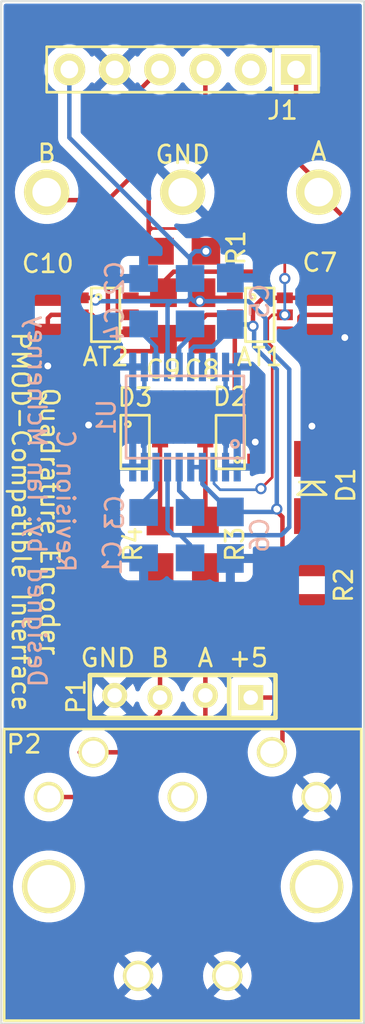
<source format=kicad_pcb>
(kicad_pcb (version 20221018) (generator pcbnew)
  (layers (0 "F.Cu" signal) (31 "B.Cu" signal) (34 "B.Paste" user) (35 "F.Paste" user) (36 "B.SilkS" user "B.Silkscreen") (37 "F.SilkS" user "F.Silkscreen") (38 "B.Mask" user) (39 "F.Mask" user) (44 "Edge.Cuts" user))
  (net 0 "")
  (net 1 "VCC")
  (net 2 "GND")
  (net 3 "Net-(C3-Pad1)")
  (net 4 "Net-(C3-Pad2)")
  (net 5 "+5V")
  (net 6 "Net-(D1-PadA)")
  (net 7 "/LOGIC_A")
  (net 8 "/LOGIC_B")
  (net 9 "Net-(P1-Pad2)")
  (net 10 "/ENC_A")
  (net 11 "/ENC_B")
  (net 12 "Net-(U1-Pad17)")
  (net 13 "Net-(U1-Pad18)")
  (net 14 "Net-(C4-Pad1)")
  (net 15 "Net-(C4-Pad2)")
  (net 16 "/EN")
  (net 17 "Net-(J1-Pad2)")
  (net 18 "Net-(AT1-Pad3)")
  (net 19 "Net-(AT2-Pad3)")
  (footprint "LEDs:LED_1206" (layer "F.Cu") (at 133.477 95.885 180)
    (fp_text reference "D1" (at -1.905 0.127 90) (layer "F.SilkS"))
    (fp_text value "RED" hide)
    (fp_line (start -0.8 -0.4) (end 0 0.3) (stroke (width 0.15)) (layer "F.SilkS"))
    (fp_line (start -0.8 -0.4) (end 0.8 -0.4) (stroke (width 0.15)) (layer "F.SilkS"))
    (fp_line (start -0.6 0.3) (end -0.7 0.3) (stroke (width 0.15)) (layer "F.SilkS"))
    (fp_line (start 0 0.3) (end 0.8 -0.4) (stroke (width 0.15)) (layer "F.SilkS"))
    (fp_line (start 0.7 0.3) (end -0.6 0.3) (stroke (width 0.15)) (layer "F.SilkS"))
    (pad "A" smd rect (at 0 -1.6 180) (size 2 2) (layers "F.Cu" "F.Paste" "F.Mask") (net 6 "Net-(D1-PadA)"))
    (pad "C" smd rect (at 0 1.6 180) (size 2 2) (layers "F.Cu" "F.Paste" "F.Mask") (net 2 "GND"))
  )
  (footprint "Digilent:PMOD_SINGLE_MALE" (layer "F.Cu") (at 126.238 70.485)
    (fp_text reference "J1" (at 5.588 4.318) (layer "F.SilkS"))
    (fp_text value "PMOD_SINGLE" hide)
    (fp_line (start -7.62 0.762) (end 7.62 0.762) (stroke (width 0.15)) (layer "F.SilkS"))
    (fp_line (start -7.62 3.302) (end -7.62 0.762) (stroke (width 0.15)) (layer "F.SilkS"))
    (fp_line (start 5.08 0.762) (end 5.08 3.302) (stroke (width 0.15)) (layer "F.SilkS"))
    (fp_line (start 7.62 0.762) (end 7.62 3.302) (stroke (width 0.15)) (layer "F.SilkS"))
    (fp_line (start 7.62 3.302) (end -7.62 3.302) (stroke (width 0.15)) (layer "F.SilkS"))
    (pad "1" thru_hole rect locked (at 6.35 2.032 180) (size 1.7018 1.7018) (drill 0.9906) (layers "*.Cu" "*.Mask" "F.SilkS") (net 7 "/LOGIC_A"))
    (pad "2" thru_hole circle locked (at 3.81 2.032 180) (size 1.778 1.778) (drill 0.9906) (layers "*.Cu" "*.Mask" "F.SilkS") (net 17 "Net-(J1-Pad2)"))
    (pad "3" thru_hole circle locked (at 1.27 2.032 180) (size 1.778 1.778) (drill 0.9906) (layers "*.Cu" "*.Mask" "F.SilkS") (net 16 "/EN"))
    (pad "4" thru_hole circle locked (at -1.27 2.032 180) (size 1.778 1.778) (drill 0.9906) (layers "*.Cu" "*.Mask" "F.SilkS") (net 8 "/LOGIC_B"))
    (pad "5" thru_hole circle locked (at -3.81 2.032 180) (size 1.778 1.778) (drill 0.9906) (layers "*.Cu" "*.Mask" "F.SilkS") (net 2 "GND"))
    (pad "6" thru_hole circle locked (at -6.35 2.032 180) (size 1.778 1.778) (drill 0.9906) (layers "*.Cu" "*.Mask" "F.SilkS") (net 1 "VCC"))
  )
  (footprint "Connectors:DIN_CUI_SDS-50J" (layer "F.Cu") (at 126.238 123.19)
    (fp_text reference "P1" (at -5.969 -15.621 90) (layer "F.SilkS"))
    (fp_text value "CONN_01X06" hide)
    (fp_line (start -10 -13.8) (end 10 -13.8) (stroke (width 0.15)) (layer "F.SilkS"))
    (fp_line (start -10 -13.3) (end -10 -13.8) (stroke (width 0.15)) (layer "F.SilkS"))
    (fp_line (start -10 -13.3) (end -10 2.5) (stroke (width 0.15)) (layer "F.SilkS"))
    (fp_line (start -9.1 2.5) (end -10 2.5) (stroke (width 0.15)) (layer "F.SilkS"))
    (fp_line (start -9.1 2.5) (end 9.1 2.5) (stroke (width 0.15)) (layer "F.SilkS"))
    (fp_line (start 9.1 2.5) (end 10 2.5) (stroke (width 0.15)) (layer "F.SilkS"))
    (fp_line (start 10 -13.8) (end 10 -13.3) (stroke (width 0.15)) (layer "F.SilkS"))
    (fp_line (start 10 2.5) (end 10 -13.3) (stroke (width 0.15)) (layer "F.SilkS"))
    (pad "" thru_hole circle (at -7.5 -5) (size 3 3) (drill 2.4) (layers "*.Cu" "*.Mask" "F.SilkS"))
    (pad "" thru_hole circle (at 7.5 -5) (size 3 3) (drill 2.4) (layers "*.Cu" "*.Mask" "F.SilkS"))
    (pad "1" thru_hole circle (at 7.5 -10) (size 1.7 1.7) (drill 1.3) (layers "*.Cu" "*.Mask" "F.SilkS") (net 2 "GND"))
    (pad "2" thru_hole circle (at 0 -10) (size 1.7 1.7) (drill 1.3) (layers "*.Cu" "*.Mask" "F.SilkS") (net 9 "Net-(P1-Pad2)"))
    (pad "3" thru_hole circle (at -7.5 -10) (size 1.7 1.7) (drill 1.3) (layers "*.Cu" "*.Mask" "F.SilkS") (net 10 "/ENC_A"))
    (pad "4" thru_hole circle (at 5 -12.5) (size 1.7 1.7) (drill 1.3) (layers "*.Cu" "*.Mask" "F.SilkS") (net 5 "+5V"))
    (pad "5" thru_hole circle (at -5 -12.5) (size 1.7 1.7) (drill 1.3) (layers "*.Cu" "*.Mask" "F.SilkS") (net 11 "/ENC_B"))
    (pad "6" thru_hole circle (at -2.5 0) (size 1.7 1.7) (drill 1.3) (layers "*.Cu" "*.Mask" "F.SilkS") (net 2 "GND"))
    (pad "6" thru_hole circle (at 2.5 0) (size 1.7 1.7) (drill 1.3) (layers "*.Cu" "*.Mask" "F.SilkS") (net 2 "GND"))
  )
  (footprint "SMD:SMD_0805" (layer "F.Cu") (at 126.238 82.677 -90)
    (fp_text reference "R1" (at -0.1905 -2.9845 270) (layer "F.SilkS"))
    (fp_text value "10k" hide)
    (pad "1" smd rect (at 0 -1.3 270) (size 1.5 1.6) (layers "F.Cu" "F.Paste" "F.Mask") (net 1 "VCC"))
    (pad "2" smd rect (at 0 1.3 270) (size 1.5 1.6) (layers "F.Cu" "F.Paste" "F.Mask") (net 16 "/EN"))
  )
  (footprint "SMD:SMD_0805" (layer "F.Cu") (at 133.477 101.346 180)
    (fp_text reference "R2" (at -1.778 0 90) (layer "F.SilkS"))
    (fp_text value "330" hide)
    (pad "1" smd rect (at 0 -1.3 180) (size 1.5 1.6) (layers "F.Cu" "F.Paste" "F.Mask") (net 5 "+5V"))
    (pad "2" smd rect (at 0 1.3 180) (size 1.5 1.6) (layers "F.Cu" "F.Paste" "F.Mask") (net 6 "Net-(D1-PadA)"))
  )
  (footprint "SMD:SMD_0805" (layer "F.Cu") (at 127.508 99.06)
    (fp_text reference "R3" (at 1.651 0 90) (layer "F.SilkS"))
    (fp_text value "220" hide)
    (pad "1" smd rect (at 0 -1.3) (size 1.5 1.6) (layers "F.Cu" "F.Paste" "F.Mask") (net 18 "Net-(AT1-Pad3)"))
    (pad "2" smd rect (at 0 1.3) (size 1.5 1.6) (layers "F.Cu" "F.Paste" "F.Mask") (net 10 "/ENC_A"))
  )
  (footprint "SMD:SMD_0805" (layer "F.Cu") (at 124.968 99.06)
    (fp_text reference "R4" (at -1.524 0 90) (layer "F.SilkS"))
    (fp_text value "220" hide)
    (pad "1" smd rect (at 0 -1.3) (size 1.5 1.6) (layers "F.Cu" "F.Paste" "F.Mask") (net 19 "Net-(AT2-Pad3)"))
    (pad "2" smd rect (at 0 1.3) (size 1.5 1.6) (layers "F.Cu" "F.Paste" "F.Mask") (net 11 "/ENC_B"))
  )
  (footprint "Connectors:TESTPOINT_063" (layer "F.Cu") (at 133.858 79.375)
    (fp_text reference "TP1" hide)
    (fp_text value "TEST_POINT" hide)
    (pad "1" thru_hole circle (at 0 0) (size 2.54 2.54) (drill 1.6002) (layers "*.Cu" "*.Mask" "F.SilkS") (net 7 "/LOGIC_A"))
  )
  (footprint "Connectors:TESTPOINT_063" (layer "F.Cu") (at 118.618 79.375)
    (fp_text reference "TP2" hide)
    (fp_text value "TEST_POINT" hide)
    (pad "1" thru_hole circle (at 0 0) (size 2.54 2.54) (drill 1.6002) (layers "*.Cu" "*.Mask" "F.SilkS") (net 8 "/LOGIC_B"))
  )
  (footprint "Connectors:TESTPOINT_063" (layer "F.Cu") (at 126.238 79.375)
    (fp_text reference "TP3" hide)
    (fp_text value "TEST_POINT" hide)
    (pad "1" thru_hole circle (at 0 0) (size 2.54 2.54) (drill 1.6002) (layers "*.Cu" "*.Mask" "F.SilkS") (net 2 "GND"))
  )
  (footprint "SMD:SMD_0805" (layer "F.Cu") (at 133.9215 86.233)
    (fp_text reference "C7" (at 0 -2.921) (layer "F.SilkS"))
    (fp_text value "0.1uF" hide)
    (pad "1" smd rect (at 0 -1.3) (size 1.5 1.6) (layers "F.Cu" "F.Paste" "F.Mask") (net 5 "+5V"))
    (pad "2" smd rect (at 0 1.3) (size 1.5 1.6) (layers "F.Cu" "F.Paste" "F.Mask") (net 2 "GND"))
  )
  (footprint "Connectors:CONN_2.54mm_1x4" (layer "F.Cu") (at 126.238 107.569)
    (fp_text reference "P2" (at -8.89 2.667) (layer "F.SilkS"))
    (fp_text value "CONN_01X04" hide)
    (fp_line (start -5.2 1.2) (end -5.2 -1.2) (stroke (width 0.254)) (layer "F.SilkS"))
    (fp_line (start -5.2 1.2) (end 5.2 1.2) (stroke (width 0.254)) (layer "F.SilkS"))
    (fp_line (start 2.6 -1.2) (end 2.6 1.2) (stroke (width 0.254)) (layer "F.SilkS"))
    (fp_line (start 5.2 -1.2) (end -5.2 -1.2) (stroke (width 0.254)) (layer "F.SilkS"))
    (fp_line (start 5.2 1.2) (end 5.2 -1.2) (stroke (width 0.254)) (layer "F.SilkS"))
    (pad "1" thru_hole rect (at 3.81 0.06096) (size 1.397 1.397) (drill 0.8128) (layers "*.Cu" "*.Mask" "F.SilkS") (net 5 "+5V"))
    (pad "2" thru_hole circle (at 1.27 -0.06096) (size 1.397 1.397) (drill 0.8128) (layers "*.Cu" "*.Mask" "F.SilkS") (net 10 "/ENC_A"))
    (pad "3" thru_hole circle (at -1.27 0.06096) (size 1.397 1.397) (drill 0.8128) (layers "*.Cu" "*.Mask" "F.SilkS") (net 11 "/ENC_B"))
    (pad "4" thru_hole circle (at -3.81 -0.06096) (size 1.397 1.397) (drill 0.8128) (layers "*.Cu" "*.Mask" "F.SilkS") (net 2 "GND"))
  )
  (footprint "SMD:SMD_0805" (layer "F.Cu") (at 127.3175 86.2965)
    (fp_text reference "C8" (at 0 2.9845) (layer "F.SilkS"))
    (fp_text value "0.1uF" hide)
    (pad "1" smd rect (at 0 -1.3) (size 1.5 1.6) (layers "F.Cu" "F.Paste" "F.Mask") (net 1 "VCC"))
    (pad "2" smd rect (at 0 1.3) (size 1.5 1.6) (layers "F.Cu" "F.Paste" "F.Mask") (net 2 "GND"))
  )
  (footprint "Diodes:DIODE_SOT-23-3" (layer "F.Cu") (at 128.905 93.345 -90)
    (fp_text reference "D2" (at -2.54 0) (layer "F.SilkS"))
    (fp_text value "PLVA653A" hide)
    (fp_line (start -1.5 -0.8) (end -1.5 0.8) (stroke (width 0.15)) (layer "F.SilkS"))
    (fp_line (start -1.5 0.8) (end 1.5 0.8) (stroke (width 0.15)) (layer "F.SilkS"))
    (fp_line (start 1.5 -0.8) (end -1.5 -0.8) (stroke (width 0.15)) (layer "F.SilkS"))
    (fp_line (start 1.5 0.8) (end 1.5 -0.8) (stroke (width 0.15)) (layer "F.SilkS"))
    (fp_circle (center 1 -0.4) (end 1.1 -0.5) (stroke (width 0.15)) (fill none) (layer "F.SilkS"))
    (pad "" smd rect (at -0.95 -1.4 270) (size 0.6 0.9) (layers "F.Cu" "F.Paste" "F.Mask"))
    (pad "A" smd rect (at 0.95 -1.4 270) (size 0.6 0.9) (layers "F.Cu" "F.Paste" "F.Mask") (net 2 "GND"))
    (pad "C" smd rect (at 0 1.4 270) (size 0.6 0.9) (layers "F.Cu" "F.Paste" "F.Mask") (net 18 "Net-(AT1-Pad3)"))
  )
  (footprint "Diodes:DIODE_SOT-23-3" (layer "F.Cu") (at 123.571 93.345 90)
    (fp_text reference "D3" (at 2.5 0 180) (layer "F.SilkS"))
    (fp_text value "PLVA653A" hide)
    (fp_line (start -1.5 -0.8) (end -1.5 0.8) (stroke (width 0.15)) (layer "F.SilkS"))
    (fp_line (start -1.5 0.8) (end 1.5 0.8) (stroke (width 0.15)) (layer "F.SilkS"))
    (fp_line (start 1.5 -0.8) (end -1.5 -0.8) (stroke (width 0.15)) (layer "F.SilkS"))
    (fp_line (start 1.5 0.8) (end 1.5 -0.8) (stroke (width 0.15)) (layer "F.SilkS"))
    (fp_circle (center 1 -0.4) (end 1.1 -0.5) (stroke (width 0.15)) (fill none) (layer "F.SilkS"))
    (pad "" smd rect (at -0.95 -1.4 90) (size 0.6 0.9) (layers "F.Cu" "F.Paste" "F.Mask"))
    (pad "A" smd rect (at 0.95 -1.4 90) (size 0.6 0.9) (layers "F.Cu" "F.Paste" "F.Mask") (net 2 "GND"))
    (pad "C" smd rect (at 0 1.4 90) (size 0.6 0.9) (layers "F.Cu" "F.Paste" "F.Mask") (net 19 "Net-(AT2-Pad3)"))
  )
  (footprint "SMD:SOT-23-6" (layer "F.Cu") (at 130.556 86.233 90)
    (fp_text reference "AT1" (at -2.3495 0 180) (layer "F.SilkS"))
    (fp_text value "TXB0101" hide)
    (fp_line (start -1.5 -0.8) (end -1.5 0.8) (stroke (width 0.15)) (layer "F.SilkS"))
    (fp_line (start -1.5 0.8) (end 1.5 0.8) (stroke (width 0.15)) (layer "F.SilkS"))
    (fp_line (start 1.5 -0.8) (end -1.5 -0.8) (stroke (width 0.15)) (layer "F.SilkS"))
    (fp_line (start 1.5 0.8) (end 1.5 -0.8) (stroke (width 0.15)) (layer "F.SilkS"))
    (fp_circle (center 1 -0.4) (end 1.1 -0.5) (stroke (width 0.15)) (fill none) (layer "F.SilkS"))
    (pad "1" smd rect (at 0.95 -1.4 90) (size 0.6 0.9) (layers "F.Cu" "F.Paste" "F.Mask") (net 1 "VCC"))
    (pad "2" smd rect (at 0 -1.4 90) (size 0.6 0.9) (layers "F.Cu" "F.Paste" "F.Mask") (net 2 "GND"))
    (pad "3" smd rect (at -0.95 -1.4 90) (size 0.6 0.9) (layers "F.Cu" "F.Paste" "F.Mask") (net 18 "Net-(AT1-Pad3)"))
    (pad "4" smd rect (at -0.95 1.4 90) (size 0.6 0.9) (layers "F.Cu" "F.Paste" "F.Mask") (net 7 "/LOGIC_A"))
    (pad "5" smd rect (at 0 1.4 90) (size 0.6 0.9) (layers "F.Cu" "F.Paste" "F.Mask") (net 16 "/EN"))
    (pad "6" smd rect (at 0.95 1.4 90) (size 0.6 0.9) (layers "F.Cu" "F.Paste" "F.Mask") (net 5 "+5V"))
  )
  (footprint "SMD:SOT-23-6" (layer "F.Cu") (at 121.92 86.233 90)
    (fp_text reference "AT2" (at -2.3495 0 180) (layer "F.SilkS"))
    (fp_text value "TXB0101" hide)
    (fp_line (start -1.5 -0.8) (end -1.5 0.8) (stroke (width 0.15)) (layer "F.SilkS"))
    (fp_line (start -1.5 0.8) (end 1.5 0.8) (stroke (width 0.15)) (layer "F.SilkS"))
    (fp_line (start 1.5 -0.8) (end -1.5 -0.8) (stroke (width 0.15)) (layer "F.SilkS"))
    (fp_line (start 1.5 0.8) (end 1.5 -0.8) (stroke (width 0.15)) (layer "F.SilkS"))
    (fp_circle (center 1 -0.4) (end 1.1 -0.5) (stroke (width 0.15)) (fill none) (layer "F.SilkS"))
    (pad "1" smd rect (at 0.95 -1.4 90) (size 0.6 0.9) (layers "F.Cu" "F.Paste" "F.Mask") (net 1 "VCC"))
    (pad "2" smd rect (at 0 -1.4 90) (size 0.6 0.9) (layers "F.Cu" "F.Paste" "F.Mask") (net 2 "GND"))
    (pad "3" smd rect (at -0.95 -1.4 90) (size 0.6 0.9) (layers "F.Cu" "F.Paste" "F.Mask") (net 19 "Net-(AT2-Pad3)"))
    (pad "4" smd rect (at -0.95 1.4 90) (size 0.6 0.9) (layers "F.Cu" "F.Paste" "F.Mask") (net 8 "/LOGIC_B"))
    (pad "5" smd rect (at 0 1.4 90) (size 0.6 0.9) (layers "F.Cu" "F.Paste" "F.Mask") (net 16 "/EN"))
    (pad "6" smd rect (at 0.95 1.4 90) (size 0.6 0.9) (layers "F.Cu" "F.Paste" "F.Mask") (net 5 "+5V"))
  )
  (footprint "SMD:SMD_0805" (layer "F.Cu") (at 125.1585 86.2965)
    (fp_text reference "C9" (at 0 2.9845 180) (layer "F.SilkS"))
    (fp_text value "0.1uF" hide)
    (pad "1" smd rect (at 0 -1.3) (size 1.5 1.6) (layers "F.Cu" "F.Paste" "F.Mask") (net 5 "+5V"))
    (pad "2" smd rect (at 0 1.3) (size 1.5 1.6) (layers "F.Cu" "F.Paste" "F.Mask") (net 2 "GND"))
  )
  (footprint "SMD:SMD_0805" (layer "F.Cu") (at 118.6815 86.233)
    (fp_text reference "C10" (at 0 -2.8575 180) (layer "F.SilkS"))
    (fp_text value "0.1uF" hide)
    (pad "1" smd rect (at 0 -1.3) (size 1.5 1.6) (layers "F.Cu" "F.Paste" "F.Mask") (net 1 "VCC"))
    (pad "2" smd rect (at 0 1.3) (size 1.5 1.6) (layers "F.Cu" "F.Paste" "F.Mask") (net 2 "GND"))
  )
  (footprint "SMD:SMD_0805" (layer "B.Cu") (at 125.349 99.822 90)
    (fp_text reference "C1" (at 0 -3.048 90) (layer "B.SilkS") (effects (justify mirror)))
    (fp_text value "15uF" hide)
    (pad "1" smd rect (at 0 1.3 90) (size 1.5 1.6) (layers "B.Cu" "B.Paste" "B.Mask") (net 1 "VCC"))
    (pad "2" smd rect (at 0 -1.3 90) (size 1.5 1.6) (layers "B.Cu" "B.Paste" "B.Mask") (net 2 "GND"))
  )
  (footprint "SMD:SMD_0805" (layer "B.Cu") (at 125.349 84.201 90)
    (fp_text reference "C2" (at 0 -2.921 90) (layer "B.SilkS") (effects (justify mirror)))
    (fp_text value "15uF" hide)
    (pad "1" smd rect (at 0 1.3 90) (size 1.5 1.6) (layers "B.Cu" "B.Paste" "B.Mask") (net 1 "VCC"))
    (pad "2" smd rect (at 0 -1.3 90) (size 1.5 1.6) (layers "B.Cu" "B.Paste" "B.Mask") (net 2 "GND"))
  )
  (footprint "SMD:SMD_0805" (layer "B.Cu") (at 125.349 97.282 90)
    (fp_text reference "C3" (at 0 -2.921 90) (layer "B.SilkS") (effects (justify mirror)))
    (fp_text value "2.2uF" hide)
    (pad "1" smd rect (at 0 1.3 90) (size 1.5 1.6) (layers "B.Cu" "B.Paste" "B.Mask") (net 3 "Net-(C3-Pad1)"))
    (pad "2" smd rect (at 0 -1.3 90) (size 1.5 1.6) (layers "B.Cu" "B.Paste" "B.Mask") (net 4 "Net-(C3-Pad2)"))
  )
  (footprint "SMD:SMD_0805" (layer "B.Cu") (at 125.349 86.741 90)
    (fp_text reference "C4" (at 0 -2.921 90) (layer "B.SilkS") (effects (justify mirror)))
    (fp_text value "2.2uF" hide)
    (pad "1" smd rect (at 0 1.3 90) (size 1.5 1.6) (layers "B.Cu" "B.Paste" "B.Mask") (net 14 "Net-(C4-Pad1)"))
    (pad "2" smd rect (at 0 -1.3 90) (size 1.5 1.6) (layers "B.Cu" "B.Paste" "B.Mask") (net 15 "Net-(C4-Pad2)"))
  )
  (footprint "SMD:SMD_0805" (layer "B.Cu") (at 128.905 85.471)
    (fp_text reference "C5" (at 1.651 0 270) (layer "B.SilkS") (effects (justify mirror)))
    (fp_text value "33uF" hide)
    (pad "1" smd rect (at 0 1.3) (size 1.5 1.6) (layers "B.Cu" "B.Paste" "B.Mask") (net 5 "+5V"))
    (pad "2" smd rect (at 0 -1.3) (size 1.5 1.6) (layers "B.Cu" "B.Paste" "B.Mask") (net 2 "GND"))
  )
  (footprint "SMD:SSOP_20_4.5mm_6.6mm_0.65mm_PWP" (layer "B.Cu") (at 126.365 91.948 180)
    (fp_text reference "U1" (at 4.4 0 90) (layer "B.SilkS") (effects (justify mirror)))
    (fp_text value "TPS60131" hide)
    (fp_line (start -3.3 -2.3) (end -3.3 2.3) (stroke (width 0.15)) (layer "B.SilkS"))
    (fp_line (start -3.3 2.3) (end 3.3 2.3) (stroke (width 0.15)) (layer "B.SilkS"))
    (fp_line (start 3.3 -2.3) (end -3.3 -2.3) (stroke (width 0.15)) (layer "B.SilkS"))
    (fp_line (start 3.3 2.3) (end 3.3 -2.3) (stroke (width 0.15)) (layer "B.SilkS"))
    (fp_circle (center -2.8 -1.5) (end -2.8 -1.3) (stroke (width 0.15)) (fill none) (layer "B.SilkS"))
    (pad "" smd rect (at 0 0 180) (size 3.38 2.4) (layers "B.Cu" "B.Paste" "B.Mask") (net 2 "GND"))
    (pad "1" smd rect (at -2.925 -2.8 180) (size 0.4 1.6) (layers "B.Cu" "B.Paste" "B.Mask") (net 2 "GND"))
    (pad "2" smd rect (at -2.275 -2.8 180) (size 0.4 1.6) (layers "B.Cu" "B.Paste" "B.Mask") (net 2 "GND"))
    (pad "3" smd rect (at -1.625 -2.8 180) (size 0.4 1.6) (layers "B.Cu" "B.Paste" "B.Mask") (net 16 "/EN"))
    (pad "4" smd rect (at -0.975 -2.8 180) (size 0.4 1.6) (layers "B.Cu" "B.Paste" "B.Mask") (net 5 "+5V"))
    (pad "5" smd rect (at -0.325 -2.8 180) (size 0.4 1.6) (layers "B.Cu" "B.Paste" "B.Mask") (net 5 "+5V"))
    (pad "6" smd rect (at 0.325 -2.8 180) (size 0.4 1.6) (layers "B.Cu" "B.Paste" "B.Mask") (net 3 "Net-(C3-Pad1)"))
    (pad "7" smd rect (at 0.975 -2.8 180) (size 0.4 1.6) (layers "B.Cu" "B.Paste" "B.Mask") (net 1 "VCC"))
    (pad "8" smd rect (at 1.625 -2.8 180) (size 0.4 1.6) (layers "B.Cu" "B.Paste" "B.Mask") (net 4 "Net-(C3-Pad2)"))
    (pad "9" smd rect (at 2.275 -2.8 180) (size 0.4 1.6) (layers "B.Cu" "B.Paste" "B.Mask") (net 2 "GND"))
    (pad "10" smd rect (at 2.925 -2.8 180) (size 0.4 1.6) (layers "B.Cu" "B.Paste" "B.Mask") (net 2 "GND"))
    (pad "11" smd rect (at 2.925 2.8 180) (size 0.4 1.6) (layers "B.Cu" "B.Paste" "B.Mask") (net 2 "GND"))
    (pad "12" smd rect (at 2.275 2.8 180) (size 0.4 1.6) (layers "B.Cu" "B.Paste" "B.Mask") (net 2 "GND"))
    (pad "13" smd rect (at 1.625 2.8 180) (size 0.4 1.6) (layers "B.Cu" "B.Paste" "B.Mask") (net 15 "Net-(C4-Pad2)"))
    (pad "14" smd rect (at 0.975 2.8 180) (size 0.4 1.6) (layers "B.Cu" "B.Paste" "B.Mask") (net 1 "VCC"))
    (pad "15" smd rect (at 0.325 2.8 180) (size 0.4 1.6) (layers "B.Cu" "B.Paste" "B.Mask") (net 14 "Net-(C4-Pad1)"))
    (pad "16" smd rect (at -0.325 2.8 180) (size 0.4 1.6) (layers "B.Cu" "B.Paste" "B.Mask") (net 5 "+5V"))
    (pad "17" smd rect (at -0.975 2.8 180) (size 0.4 1.6) (layers "B.Cu" "B.Paste" "B.Mask") (net 12 "Net-(U1-Pad17)"))
    (pad "18" smd rect (at -1.625 2.8 180) (size 0.4 1.6) (layers "B.Cu" "B.Paste" "B.Mask") (net 13 "Net-(U1-Pad18)"))
    (pad "19" smd rect (at -2.275 2.8 180) (size 0.4 1.6) (layers "B.Cu" "B.Paste" "B.Mask") (net 2 "GND"))
    (pad "20" smd rect (at -2.925 2.8 180) (size 0.4 1.6) (layers "B.Cu" "B.Paste" "B.Mask") (net 2 "GND"))
  )
  (footprint "SMD:SMD_0805" (layer "B.Cu") (at 128.905 98.552 180)
    (fp_text reference "C6" (at -1.651 0 270) (layer "B.SilkS") (effects (justify mirror)))
    (fp_text value "33uF" hide)
    (pad "1" smd rect (at 0 1.3 180) (size 1.5 1.6) (layers "B.Cu" "B.Paste" "B.Mask") (net 5 "+5V"))
    (pad "2" smd rect (at 0 -1.3 180) (size 1.5 1.6) (layers "B.Cu" "B.Paste" "B.Mask") (net 2 "GND"))
  )
  (gr_line (start 116.078 125.857) (end 136.398 125.857) (stroke (width 0.1)) (layer "Edge.Cuts"))
  (gr_line (start 116.078 125.857) (end 116.078 68.707) (stroke (width 0.1)) (layer "Edge.Cuts"))
  (gr_line (start 136.398 125.857) (end 136.398 68.707) (stroke (width 0.1)) (layer "Edge.Cuts"))
  (gr_line (start 136.398 68.707) (end 116.078 68.707) (stroke (width 0.1)) (layer "Edge.Cuts"))
  (gr_text "Revision C\nDesigned by: Ian McInerney" (at 118.872 96.647 270) (layer "B.SilkS") (effects (font (size 1 1)) (justify mirror)))
  (gr_text "+5" (at 129.921 105.41) (layer "F.SilkS") (effects (font (size 1 1))))
  (gr_text "B" (at 118.618 77.216) (layer "F.SilkS") (effects (font (size 1 1))))
  (gr_text "B" (at 124.968 105.41) (layer "F.SilkS") (effects (font (size 1 1))))
  (gr_text "GND" (at 126.238 77.2795) (layer "F.SilkS") (effects (font (size 1 1))))
  (gr_text "Quadrature Encoder\nPMOD-Compatible Interface" (at 117.983 97.79 270) (layer "F.SilkS") (effects (font (size 1 1))))
  (gr_text "A" (at 133.858 77.089) (layer "F.SilkS") (effects (font (size 1 1))))
  (gr_text "GND" (at 122.047 105.41) (layer "F.SilkS") (effects (font (size 1 1))))
  (gr_text "A" (at 127.508 105.41) (layer "F.SilkS") (effects (font (size 1 1))))
  (segment (start 119.0315 85.283) (end 118.6815 84.933) (width 0.25) (layer "F.Cu") (net 1))
  (segment (start 127.604 85.283) (end 127.3175 84.9965) (width 0.25) (layer "F.Cu") (net 1))
  (segment (start 127.47625 82.61525) (end 127.538 82.677) (width 0.25) (layer "F.Cu") (net 1))
  (segment (start 127.538 84.776) (end 127.3175 84.9965) (width 0.25) (layer "F.Cu") (net 1))
  (segment (start 121.3485 85.4075) (end 121.224 85.283) (width 0.25) (layer "F.Cu") (net 1))
  (segment (start 121.224 85.283) (end 120.52 85.283) (width 0.25) (layer "F.Cu") (net 1))
  (segment (start 127.1905 85.471) (end 127.3175 85.344) (width 0.25) (layer "F.Cu") (net 1))
  (segment (start 127.3175 85.344) (end 127.3175 84.9965) (width 0.25) (layer "F.Cu") (net 1))
  (segment (start 129.156 85.283) (end 127.604 85.283) (width 0.25) (layer "F.Cu") (net 1))
  (segment (start 120.52 85.283) (end 119.0315 85.283) (width 0.25) (layer "F.Cu") (net 1))
  (via (at 121.3485 85.4075) (size 0.635) (drill 0.381) (layers "F.Cu" "B.Cu") (net 1))
  (via (at 127.1905 85.471) (size 0.635) (drill 0.381) (layers "F.Cu" "B.Cu") (net 1))
  (via (at 127.538 82.677) (size 0.635) (drill 0.381) (layers "F.Cu" "B.Cu") (net 1))
  (segment (start 119.888 76.327) (end 125.095 81.534) (width 0.25) (layer "B.Cu") (net 1))
  (segment (start 126.649 83.088) (end 126.649 84.201) (width 0.25) (layer "B.Cu") (net 1))
  (segment (start 126.238 82.677) (end 126.649 83.088) (width 0.25) (layer "B.Cu") (net 1))
  (segment (start 126.649 99.09) (end 126.111 98.552) (width 0.25) (layer "B.Cu") (net 1))
  (segment (start 126.111 98.552) (end 125.73 98.552) (width 0.25) (layer "B.Cu") (net 1))
  (segment (start 125.39 98.212) (end 125.73 98.552) (width 0.25) (layer "B.Cu") (net 1))
  (segment (start 129.921 85.471) (end 127.3175 85.471) (width 0.25) (layer "B.Cu") (net 1))
  (segment (start 126.873 85.471) (end 126.649 85.247) (width 0.25) (layer "B.Cu") (net 1))
  (segment (start 126.649 85.247) (end 126.649 84.201) (width 0.25) (layer "B.Cu") (net 1))
  (segment (start 126.649 85.314) (end 126.492 85.471) (width 0.25) (layer "B.Cu") (net 1))
  (segment (start 126.492 85.471) (end 125.603 85.471) (width 0.25) (layer "B.Cu") (net 1))
  (segment (start 125.603 85.471) (end 125.39 85.684) (width 0.25) (layer "B.Cu") (net 1))
  (segment (start 125.39 85.684) (end 125.39 89.148) (width 0.25) (layer "B.Cu") (net 1))
  (segment (start 131.699 98.552) (end 130.302 98.552) (width 0.25) (layer "B.Cu") (net 1))
  (segment (start 125.095 81.534) (end 126.238 82.677) (width 0.25) (layer "B.Cu") (net 1))
  (segment (start 131.7625 98.552) (end 132.207 98.1075) (width 0.25) (layer "B.Cu") (net 1))
  (segment (start 132.207 98.1075) (end 132.207 89.281) (width 0.25) (layer "B.Cu") (net 1))
  (segment (start 132.207 89.281) (end 130.8735 87.9475) (width 0.25) (layer "B.Cu") (net 1))
  (segment (start 130.8735 87.9475) (end 130.8735 86.4235) (width 0.25) (layer "B.Cu") (net 1))
  (segment (start 130.8735 86.4235) (end 129.921 85.471) (width 0.25) (layer "B.Cu") (net 1))
  (segment (start 127.3175 85.471) (end 127.1905 85.471) (width 0.25) (layer "B.Cu") (net 1))
  (segment (start 127.538 82.677) (end 126.9365 82.677) (width 0.25) (layer "B.Cu") (net 1))
  (segment (start 126.9365 82.677) (end 126.649 82.9645) (width 0.25) (layer "B.Cu") (net 1))
  (segment (start 126.649 82.9645) (end 126.649 84.201) (width 0.25) (layer "B.Cu") (net 1))
  (segment (start 121.412 85.471) (end 121.3485 85.4075) (width 0.25) (layer "B.Cu") (net 1))
  (segment (start 127.1905 85.471) (end 126.873 85.471) (width 0.25) (layer "B.Cu") (net 1))
  (segment (start 126.649 85.247) (end 126.649 85.314) (width 0.25) (layer "B.Cu") (net 1))
  (segment (start 131.699 98.552) (end 131.7625 98.552) (width 0.25) (layer "B.Cu") (net 1))
  (segment (start 125.603 85.471) (end 121.412 85.471) (width 0.25) (layer "B.Cu") (net 1))
  (segment (start 126.111 98.552) (end 130.302 98.552) (width 0.25) (layer "B.Cu") (net 1))
  (segment (start 126.649 99.822) (end 126.649 99.09) (width 0.25) (layer "B.Cu") (net 1))
  (segment (start 126.649 99.822) (end 126.649 99.344) (width 0.25) (layer "B.Cu") (net 1))
  (segment (start 119.888 72.517) (end 119.888 76.327) (width 0.25) (layer "B.Cu") (net 1))
  (segment (start 125.39 94.748) (end 125.39 98.212) (width 0.25) (layer "B.Cu") (net 1))
  (segment (start 120.97 92.395) (end 120.9675 92.3925) (width 0.25) (layer "F.Cu") (net 2))
  (segment (start 127.5715 86.233) (end 127.3175 86.487) (width 0.25) (layer "F.Cu") (net 2))
  (segment (start 127.3175 86.487) (end 127.3175 87.5965) (width 0.25) (layer "F.Cu") (net 2))
  (segment (start 118.872 86.233) (end 118.6815 86.4235) (width 0.25) (layer "F.Cu") (net 2))
  (segment (start 118.6815 86.4235) (end 118.6815 87.533) (width 0.25) (layer "F.Cu") (net 2))
  (segment (start 135.2885 87.533) (end 135.3185 87.503) (width 0.25) (layer "F.Cu") (net 2))
  (segment (start 121.158 86.233) (end 121.539 86.614) (width 0.25) (layer "F.Cu") (net 2))
  (segment (start 121.539 86.614) (end 121.539 87.1855) (width 0.25) (layer "F.Cu") (net 2))
  (segment (start 121.539 87.1855) (end 122.6185 88.265) (width 0.25) (layer "F.Cu") (net 2))
  (segment (start 122.6185 88.265) (end 124.49 88.265) (width 0.25) (layer "F.Cu") (net 2))
  (segment (start 124.49 88.265) (end 125.1585 87.5965) (width 0.25) (layer "F.Cu") (net 2))
  (segment (start 130.305 93.348) (end 130.302 93.345) (width 0.25) (layer "F.Cu") (net 2))
  (segment (start 120.52 86.233) (end 118.872 86.233) (width 0.25) (layer "F.Cu") (net 2))
  (segment (start 125.1585 87.5965) (end 127.3175 87.5965) (width 0.25) (layer "F.Cu") (net 2))
  (segment (start 122.171 92.395) (end 120.97 92.395) (width 0.25) (layer "F.Cu") (net 2))
  (segment (start 130.305 94.295) (end 130.305 93.348) (width 0.25) (layer "F.Cu") (net 2))
  (segment (start 129.156 86.233) (end 127.5715 86.233) (width 0.25) (layer "F.Cu") (net 2))
  (segment (start 133.9215 87.533) (end 135.2885 87.533) (width 0.25) (layer "F.Cu") (net 2))
  (segment (start 133.477 94.285) (end 133.477 92.456) (width 0.25) (layer "F.Cu") (net 2))
  (segment (start 120.52 86.233) (end 121.158 86.233) (width 0.25) (layer "F.Cu") (net 2))
  (segment (start 118.6815 87.533) (end 118.6815 89.0905) (width 0.25) (layer "F.Cu") (net 2))
  (via (at 118.6815 89.0905) (size 0.635) (drill 0.381) (layers "F.Cu" "B.Cu") (net 2))
  (via (at 120.9675 92.3925) (size 0.635) (drill 0.381) (layers "F.Cu" "B.Cu") (net 2))
  (via (at 130.302 93.345) (size 0.635) (drill 0.381) (layers "F.Cu" "B.Cu") (net 2))
  (via (at 133.477 92.456) (size 0.635) (drill 0.381) (layers "F.Cu" "B.Cu") (net 2))
  (via (at 135.3185 87.503) (size 0.635) (drill 0.381) (layers "F.Cu" "B.Cu") (net 2))
  (segment (start 128.64 93.102) (end 128.651 93.091) (width 0.25) (layer "B.Cu") (net 2))
  (segment (start 129.29 93.222) (end 129.286 93.218) (width 0.25) (layer "B.Cu") (net 2))
  (segment (start 129.29 90.547) (end 129.286 90.551) (width 0.25) (layer "B.Cu") (net 2))
  (segment (start 123.44 93.1585) (end 123.444 93.1545) (width 0.25) (layer "B.Cu") (net 2))
  (segment (start 124.09 93.2925) (end 124.079 93.2815) (width 0.25) (layer "B.Cu") (net 2))
  (segment (start 128.64 90.794) (end 128.651 90.805) (width 0.25) (layer "B.Cu") (net 2))
  (segment (start 124.09 90.7305) (end 124.079 90.7415) (width 0.25) (layer "B.Cu") (net 2))
  (segment (start 123.44 90.8645) (end 123.444 90.8685) (width 0.25) (layer "B.Cu") (net 2))
  (segment (start 124.09 94.748) (end 124.09 93.2925) (width 0.25) (layer "B.Cu") (net 2))
  (segment (start 128.64 89.148) (end 129.29 89.148) (width 0.25) (layer "B.Cu") (net 2))
  (segment (start 128.64 94.748) (end 128.64 93.102) (width 0.25) (layer "B.Cu") (net 2))
  (segment (start 124.09 89.148) (end 124.09 90.7305) (width 0.25) (layer "B.Cu") (net 2))
  (segment (start 129.29 94.748) (end 129.29 93.222) (width 0.25) (layer "B.Cu") (net 2))
  (segment (start 123.44 94.748) (end 123.44 93.1585) (width 0.25) (layer "B.Cu") (net 2))
  (segment (start 128.64 89.148) (end 128.64 90.794) (width 0.25) (layer "B.Cu") (net 2))
  (segment (start 124.09 89.148) (end 123.44 89.148) (width 0.25) (layer "B.Cu") (net 2))
  (segment (start 128.64 94.748) (end 129.29 94.748) (width 0.25) (layer "B.Cu") (net 2))
  (segment (start 123.44 89.148) (end 123.44 90.8645) (width 0.25) (layer "B.Cu") (net 2))
  (segment (start 124.09 94.748) (end 123.44 94.748) (width 0.25) (layer "B.Cu") (net 2))
  (segment (start 129.29 89.148) (end 129.29 90.547) (width 0.25) (layer "B.Cu") (net 2))
  (segment (start 126.649 96.677) (end 126.04 96.068) (width 0.25) (layer "B.Cu") (net 3))
  (segment (start 126.04 96.068) (end 126.04 94.748) (width 0.25) (layer "B.Cu") (net 3))
  (segment (start 126.649 97.282) (end 126.649 96.677) (width 0.25) (layer "B.Cu") (net 3))
  (segment (start 124.049 96.677) (end 124.74 95.986) (width 0.25) (layer "B.Cu") (net 4))
  (segment (start 124.74 95.986) (end 124.74 94.748) (width 0.25) (layer "B.Cu") (net 4))
  (segment (start 124.049 97.282) (end 124.049 96.677) (width 0.25) (layer "B.Cu") (net 4))
  (segment (start 131.572 97.155) (end 131.5085 97.0915) (width 0.25) (layer "F.Cu") (net 5))
  (segment (start 131.572 97.155) (end 131.572 97.282) (width 0.25) (layer "F.Cu") (net 5))
  (segment (start 131.572 97.282) (end 131.826 97.536) (width 0.25) (layer "F.Cu") (net 5))
  (segment (start 131.826 110.102) (end 131.826 107.569) (width 0.25) (layer "F.Cu") (net 5))
  (segment (start 131.826 110.102) (end 131.238 110.69) (width 0.25) (layer "F.Cu") (net 5))
  (segment (start 131.826 107.62996) (end 131.826 107.569) (width 0.25) (layer "F.Cu") (net 5))
  (segment (start 131.826 107.569) (end 131.826 105.283) (width 0.25) (layer "F.Cu") (net 5))
  (segment (start 131.826 105.283) (end 131.826 104.775) (width 0.25) (layer "F.Cu") (net 5))
  (segment (start 131.826 104.775) (end 131.826 102.743) (width 0.25) (layer "F.Cu") (net 5))
  (segment (start 131.826 102.646) (end 131.826 102.743) (width 0.25) (layer "F.Cu") (net 5))
  (segment (start 131.826 102.743) (end 131.826 97.536) (width 0.25) (layer "F.Cu") (net 5))
  (segment (start 124.872 85.283) (end 125.1585 84.9965) (width 0.25) (layer "F.Cu") (net 5))
  (segment (start 133.5715 85.283) (end 133.9215 84.933) (width 0.25) (layer "F.Cu") (net 5))
  (segment (start 125.1585 84.3915) (end 125.73 83.82) (width 0.25) (layer "F.Cu") (net 5))
  (segment (start 125.73 83.82) (end 130.429 83.82) (width 0.25) (layer "F.Cu") (net 5))
  (segment (start 130.429 83.82) (end 131.0005 84.3915) (width 0.25) (layer "F.Cu") (net 5))
  (segment (start 130.175 85.852) (end 131.0005 85.0265) (width 0.25) (layer "F.Cu") (net 5))
  (segment (start 131.1935 85.283) (end 130.96875 85.05825) (width 0.25) (layer "F.Cu") (net 5))
  (segment (start 130.96875 85.05825) (end 131.0005 85.05825) (width 0.25) (layer "F.Cu") (net 5))
  (segment (start 131.0005 85.05825) (end 131.0005 85.0265) (width 0.25) (layer "F.Cu") (net 5))
  (segment (start 130.048 107.62996) (end 131.826 107.62996) (width 0.25) (layer "F.Cu") (net 5))
  (segment (start 130.175 86.868) (end 130.175 85.9155) (width 0.25) (layer "F.Cu") (net 5))
  (segment (start 125.1585 84.9965) (end 125.1585 84.3915) (width 0.25) (layer "F.Cu") (net 5))
  (segment (start 123.32 85.283) (end 124.872 85.283) (width 0.25) (layer "F.Cu") (net 5))
  (segment (start 133.477 102.646) (end 131.826 102.646) (width 0.25) (layer "F.Cu") (net 5))
  (segment (start 130.175 85.9155) (end 130.175 85.852) (width 0.25) (layer "F.Cu") (net 5))
  (segment (start 131.0005 84.3915) (end 131.0005 85.05825) (width 0.25) (layer "F.Cu") (net 5))
  (segment (start 131.956 85.283) (end 133.5715 85.283) (width 0.25) (layer "F.Cu") (net 5))
  (segment (start 131.956 85.283) (end 131.1935 85.283) (width 0.25) (layer "F.Cu") (net 5))
  (via (at 131.5085 97.0915) (size 0.635) (drill 0.381) (layers "F.Cu" "B.Cu") (net 5))
  (via (at 130.175 86.868) (size 0.635) (drill 0.381) (layers "F.Cu" "B.Cu") (net 5))
  (segment (start 126.69 88.194) (end 126.873 88.011) (width 0.25) (layer "B.Cu") (net 5))
  (segment (start 126.873 88.011) (end 127.919 88.011) (width 0.25) (layer "B.Cu") (net 5))
  (segment (start 127.919 88.011) (end 129.032 86.898) (width 0.25) (layer "B.Cu") (net 5))
  (segment (start 127.34 95.687) (end 128.905 97.252) (width 0.25) (layer "B.Cu") (net 5))
  (segment (start 131.348 97.252) (end 131.5085 97.0915) (width 0.25) (layer "B.Cu") (net 5))
  (segment (start 131.5085 89.281) (end 130.2385 88.011) (width 0.25) (layer "B.Cu") (net 5))
  (segment (start 130.2385 88.011) (end 130.2385 86.995) (width 0.25) (layer "B.Cu") (net 5))
  (segment (start 130.2385 86.995) (end 130.0145 86.771) (width 0.25) (layer "B.Cu") (net 5))
  (segment (start 130.0145 86.771) (end 128.905 86.771) (width 0.25) (layer "B.Cu") (net 5))
  (segment (start 130.2385 86.9315) (end 130.175 86.868) (width 0.25) (layer "B.Cu") (net 5))
  (segment (start 126.69 94.748) (end 127.34 94.748) (width 0.25) (layer "B.Cu") (net 5))
  (segment (start 127.34 94.748) (end 127.34 95.687) (width 0.25) (layer "B.Cu") (net 5))
  (segment (start 126.69 89.148) (end 126.69 88.194) (width 0.25) (layer "B.Cu") (net 5))
  (segment (start 130.2385 86.9315) (end 130.2385 86.995) (width 0.25) (layer "B.Cu") (net 5))
  (segment (start 131.5085 97.0915) (end 131.5085 89.281) (width 0.25) (layer "B.Cu") (net 5))
  (segment (start 128.905 97.252) (end 131.348 97.252) (width 0.25) (layer "B.Cu") (net 5))
  (segment (start 133.477 97.485) (end 133.477 100.046) (width 0.25) (layer "F.Cu") (net 6))
  (segment (start 133.858 78.867) (end 132.588 77.597) (width 0.25) (layer "F.Cu") (net 7))
  (segment (start 132.588 77.597) (end 132.588 72.517) (width 0.25) (layer "F.Cu") (net 7))
  (segment (start 132.7175 87.183) (end 132.7785 87.122) (width 0.25) (layer "F.Cu") (net 7))
  (segment (start 132.7785 87.122) (end 132.7785 86.36) (width 0.25) (layer "F.Cu") (net 7))
  (segment (start 132.7785 86.36) (end 132.9055 86.233) (width 0.25) (layer "F.Cu") (net 7))
  (segment (start 132.9055 86.233) (end 135.0645 86.233) (width 0.25) (layer "F.Cu") (net 7))
  (segment (start 135.0645 86.233) (end 135.1915 86.106) (width 0.25) (layer "F.Cu") (net 7))
  (segment (start 135.1915 86.106) (end 135.1915 80.7085) (width 0.25) (layer "F.Cu") (net 7))
  (segment (start 135.1915 80.7085) (end 133.858 79.375) (width 0.25) (layer "F.Cu") (net 7))
  (segment (start 131.956 87.183) (end 132.7175 87.183) (width 0.25) (layer "F.Cu") (net 7))
  (segment (start 133.858 79.375) (end 133.858 78.867) (width 0.25) (layer "F.Cu") (net 7))
  (segment (start 122.4915 79.375) (end 123.698 78.1685) (width 0.25) (layer "F.Cu") (net 8))
  (segment (start 123.698 78.1685) (end 123.698 73.787) (width 0.25) (layer "F.Cu") (net 8))
  (segment (start 123.698 73.787) (end 124.968 72.517) (width 0.25) (layer "F.Cu") (net 8))
  (segment (start 122.2985 87.183) (end 122.047 86.9315) (width 0.25) (layer "F.Cu") (net 8))
  (segment (start 122.047 86.9315) (end 122.047 79.8195) (width 0.25) (layer "F.Cu") (net 8))
  (segment (start 122.047 79.8195) (end 122.4915 79.375) (width 0.25) (layer "F.Cu") (net 8))
  (segment (start 119.0625 79.8195) (end 118.618 79.375) (width 0.25) (layer "F.Cu") (net 8))
  (segment (start 123.32 87.183) (end 122.2985 87.183) (width 0.25) (layer "F.Cu") (net 8))
  (segment (start 118.618 79.375) (end 118.618 78.867) (width 0.25) (layer "F.Cu") (net 8))
  (segment (start 122.047 79.8195) (end 119.0625 79.8195) (width 0.25) (layer "F.Cu") (net 8))
  (segment (start 127.127 100.741) (end 127.508 100.36) (width 0.25) (layer "F.Cu") (net 10))
  (segment (start 118.832 113.284) (end 118.738 113.19) (width 0.25) (layer "F.Cu") (net 10))
  (segment (start 123.03 113.19) (end 127.508 108.712) (width 0.25) (layer "F.Cu") (net 10))
  (segment (start 127.508 108.712) (end 127.508 107.50804) (width 0.25) (layer "F.Cu") (net 10))
  (segment (start 118.738 113.19) (end 123.03 113.19) (width 0.25) (layer "F.Cu") (net 10))
  (segment (start 127.508 107.50804) (end 127.508 100.36) (width 0.25) (layer "F.Cu") (net 10))
  (segment (start 125.349 100.741) (end 124.968 100.36) (width 0.25) (layer "F.Cu") (net 11))
  (segment (start 122.736 110.69) (end 124.968 108.458) (width 0.25) (layer "F.Cu") (net 11))
  (segment (start 124.968 108.458) (end 124.968 107.62996) (width 0.25) (layer "F.Cu") (net 11))
  (segment (start 124.968 100.36) (end 124.968 107.62996) (width 0.25) (layer "F.Cu") (net 11))
  (segment (start 121.238 110.69) (end 122.736 110.69) (width 0.25) (layer "F.Cu") (net 11))
  (segment (start 121.238 110.69) (end 120.469 110.69) (width 0.25) (layer "F.Cu") (net 11))
  (segment (start 126.649 87.473) (end 126.04 88.082) (width 0.25) (layer "B.Cu") (net 14))
  (segment (start 126.04 88.082) (end 126.04 89.148) (width 0.25) (layer "B.Cu") (net 14))
  (segment (start 126.649 86.868) (end 126.649 87.473) (width 0.25) (layer "B.Cu") (net 14))
  (segment (start 126.649 86.868) (end 126.649 87.219) (width 0.25) (layer "B.Cu") (net 14))
  (segment (start 124.049 87.346) (end 124.74 88.037) (width 0.25) (layer "B.Cu") (net 15))
  (segment (start 124.74 88.037) (end 124.74 89.148) (width 0.25) (layer "B.Cu") (net 15))
  (segment (start 124.049 86.868) (end 124.049 87.346) (width 0.25) (layer "B.Cu") (net 15))
  (segment (start 127.508 75.2475) (end 126.5555 76.2) (width 0.25) (layer "F.Cu") (net 16))
  (segment (start 126.5555 76.2) (end 124.841 76.2) (width 0.25) (layer "F.Cu") (net 16))
  (segment (start 124.841 76.2) (end 124.333 76.708) (width 0.25) (layer "F.Cu") (net 16))
  (segment (start 124.333 76.708) (end 124.333 81.2165) (width 0.25) (layer "F.Cu") (net 16))
  (segment (start 124.333 82.199) (end 124.938 82.804) (width 0.25) (layer "F.Cu") (net 16))
  (segment (start 124.333 81.7245) (end 124.333 82.199) (width 0.25) (layer "F.Cu") (net 16))
  (segment (start 124.333 82.072) (end 124.938 82.677) (width 0.1524) (layer "F.Cu") (net 16))
  (segment (start 122.682 86.233) (end 122.555 86.106) (width 0.1524) (layer "F.Cu") (net 16))
  (segment (start 122.555 86.106) (end 122.555 83.185) (width 0.1524) (layer "F.Cu") (net 16))
  (segment (start 122.555 83.185) (end 123.063 82.677) (width 0.1524) (layer "F.Cu") (net 16))
  (segment (start 123.063 82.677) (end 124.938 82.677) (width 0.1524) (layer "F.Cu") (net 16))
  (segment (start 131.956 84.204) (end 131.953 84.201) (width 0.1524) (layer "F.Cu") (net 16))
  (segment (start 131.956 82.1085) (end 131.2545 81.407) (width 0.1524) (layer "F.Cu") (net 16))
  (segment (start 131.2545 81.407) (end 124.5235 81.407) (width 0.1524) (layer "F.Cu") (net 16))
  (segment (start 124.5235 81.407) (end 124.333 81.2165) (width 0.1524) (layer "F.Cu") (net 16))
  (segment (start 124.333 81.2165) (end 124.333 81.4705) (width 0.25) (layer "F.Cu") (net 16))
  (segment (start 124.333 81.5975) (end 124.333 81.534) (width 0.1524) (layer "F.Cu") (net 16))
  (segment (start 124.333 81.534) (end 124.3965 81.4705) (width 0.1524) (layer "F.Cu") (net 16))
  (segment (start 124.3965 81.4705) (end 124.333 81.4705) (width 0.1524) (layer "F.Cu") (net 16))
  (segment (start 124.333 81.4705) (end 124.333 81.7245) (width 0.25) (layer "F.Cu") (net 16))
  (segment (start 131.2545 86.233) (end 131.0005 86.487) (width 0.1524) (layer "F.Cu") (net 16))
  (segment (start 131.0005 86.487) (end 131.0005 87.757) (width 0.1524) (layer "F.Cu") (net 16))
  (segment (start 131.0005 87.757) (end 131.2545 88.011) (width 0.1524) (layer "F.Cu") (net 16))
  (segment (start 131.2545 88.011) (end 131.2545 95.3135) (width 0.1524) (layer "F.Cu") (net 16))
  (segment (start 131.2545 95.3135) (end 130.6195 95.9485) (width 0.1524) (layer "F.Cu") (net 16))
  (segment (start 131.956 82.7435) (end 131.956 82.1085) (width 0.1524) (layer "F.Cu") (net 16))
  (segment (start 131.956 84.204) (end 131.956 82.7435) (width 0.1524) (layer "F.Cu") (net 16))
  (segment (start 124.5235 81.407) (end 124.333 81.5975) (width 0.1524) (layer "F.Cu") (net 16))
  (segment (start 127.508 72.517) (end 127.508 75.2475) (width 0.25) (layer "F.Cu") (net 16))
  (segment (start 124.333 81.7245) (end 124.333 82.072) (width 0.1524) (layer "F.Cu") (net 16))
  (segment (start 123.32 86.233) (end 122.682 86.233) (width 0.1524) (layer "F.Cu") (net 16))
  (segment (start 131.956 86.233) (end 131.2545 86.233) (width 0.1524) (layer "F.Cu") (net 16))
  (via (at 131.956 84.204) (size 0.635) (drill 0.381) (layers "F.Cu" "B.Cu") (net 16))
  (via (at 131.956 86.233) (size 0.635) (drill 0.381) (layers "F.Cu" "B.Cu") (net 16))
  (via (at 130.6195 95.9485) (size 0.635) (drill 0.381) (layers "F.Cu" "B.Cu") (net 16))
  (segment (start 131.953 86.233) (end 131.956 86.233) (width 0.1524) (layer "B.Cu") (net 16))
  (segment (start 131.956 84.204) (end 131.953 84.201) (width 0.1524) (layer "B.Cu") (net 16))
  (segment (start 130.6195 95.9485) (end 130.556 96.012) (width 0.1524) (layer "B.Cu") (net 16))
  (segment (start 130.556 96.012) (end 128.3335 96.012) (width 0.1524) (layer "B.Cu") (net 16))
  (segment (start 128.3335 96.012) (end 127.99 95.6685) (width 0.1524) (layer "B.Cu") (net 16))
  (segment (start 127.99 95.6685) (end 127.99 94.748) (width 0.1524) (layer "B.Cu") (net 16))
  (segment (start 131.956 86.233) (end 131.956 84.204) (width 0.1524) (layer "B.Cu") (net 16))
  (segment (start 127.508 93.348) (end 127.505 93.345) (width 0.25) (layer "F.Cu") (net 18))
  (segment (start 127.505 92.1415) (end 129.156 90.4905) (width 0.25) (layer "F.Cu") (net 18))
  (segment (start 129.156 90.4905) (end 129.156 87.183) (width 0.25) (layer "F.Cu") (net 18))
  (segment (start 127.508 97.76) (end 127.508 93.348) (width 0.25) (layer "F.Cu") (net 18))
  (segment (start 127.505 93.345) (end 127.505 92.1415) (width 0.25) (layer "F.Cu") (net 18))
  (segment (start 124.968 93.348) (end 124.971 93.345) (width 0.25) (layer "F.Cu") (net 19))
  (segment (start 124.971 92.1415) (end 123.19 90.3605) (width 0.25) (layer "F.Cu") (net 19))
  (segment (start 123.19 90.3605) (end 121.2215 90.3605) (width 0.25) (layer "F.Cu") (net 19))
  (segment (start 121.2215 90.3605) (end 120.52 89.659) (width 0.25) (layer "F.Cu") (net 19))
  (segment (start 120.52 89.659) (end 120.52 87.183) (width 0.25) (layer "F.Cu") (net 19))
  (segment (start 124.968 97.76) (end 124.968 93.348) (width 0.25) (layer "F.Cu") (net 19))
  (segment (start 124.971 93.345) (end 124.971 92.1415) (width 0.25) (layer "F.Cu") (net 19))
  (zone (net 2) (net_name "GND") (layer "B.Cu") (connect_pads (clearance 0.508)) (min_thickness 0.254) (fill yes (thermal_gap 0.508) (thermal_bridge_width 0.508))
    (polygon (pts (xy 136.271 125.73) (xy 116.205 125.73) (xy 116.205 68.834) (xy 136.271 68.834)))
  )
)
</source>
